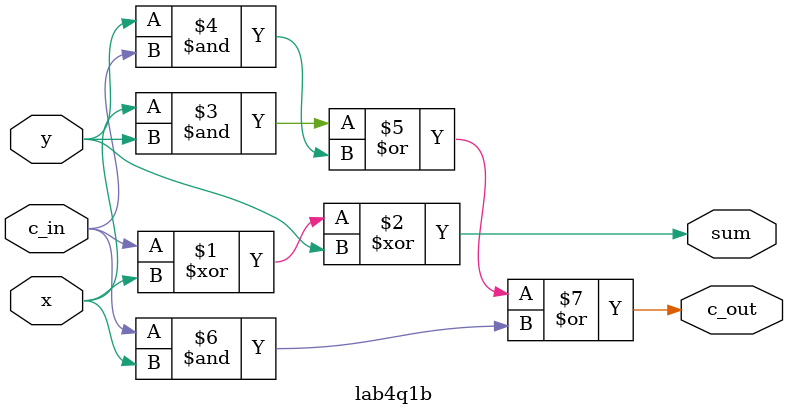
<source format=v>
module lab4q1b(c_in, x, y, sum, c_out);
    input c_in, x, y;
    output sum, c_out;

    // calculating sum by XORing
    assign sum = c_in ^ x ^ y;

    // calculating carry out by ADDing and ORing
    assign c_out = (x & y) | (y & c_in) | (c_in & x);
endmodule
</source>
